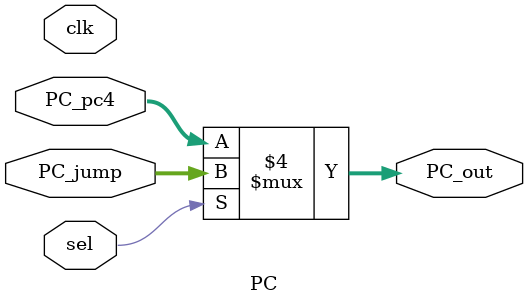
<source format=v>
module PC #
(
    parameter ADDR_WIDTH = 32
)
(
    input wire clk,
    input wire sel,
    
    input wire [ADDR_WIDTH -1 : 0] PC_pc4,
    input wire [ADDR_WIDTH -1 : 0] PC_jump,
    
    output reg [ADDR_WIDTH -1 : 0] PC_out
);
    always @(*) begin
        if(sel == 1'b1) begin
            PC_out = PC_jump;
        end
        else begin
            PC_out = PC_pc4; // PC_pc4 = current_PC + 4;
        end
    end
endmodule

</source>
